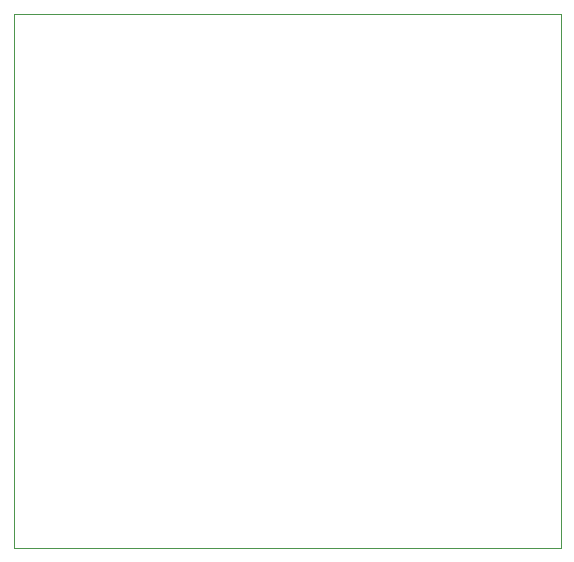
<source format=gbr>
%TF.GenerationSoftware,KiCad,Pcbnew,(6.0.2)*%
%TF.CreationDate,2022-05-11T05:14:46-07:00*%
%TF.ProjectId,InsulinCoolerBoard,496e7375-6c69-46e4-936f-6f6c6572426f,rev?*%
%TF.SameCoordinates,Original*%
%TF.FileFunction,Profile,NP*%
%FSLAX46Y46*%
G04 Gerber Fmt 4.6, Leading zero omitted, Abs format (unit mm)*
G04 Created by KiCad (PCBNEW (6.0.2)) date 2022-05-11 05:14:46*
%MOMM*%
%LPD*%
G01*
G04 APERTURE LIST*
%TA.AperFunction,Profile*%
%ADD10C,0.050000*%
%TD*%
G04 APERTURE END LIST*
D10*
X96520000Y-64185800D02*
X142798800Y-64185800D01*
X142798800Y-64185800D02*
X142798800Y-109448600D01*
X142798800Y-109448600D02*
X96520000Y-109448600D01*
X96520000Y-109448600D02*
X96520000Y-64185800D01*
M02*

</source>
